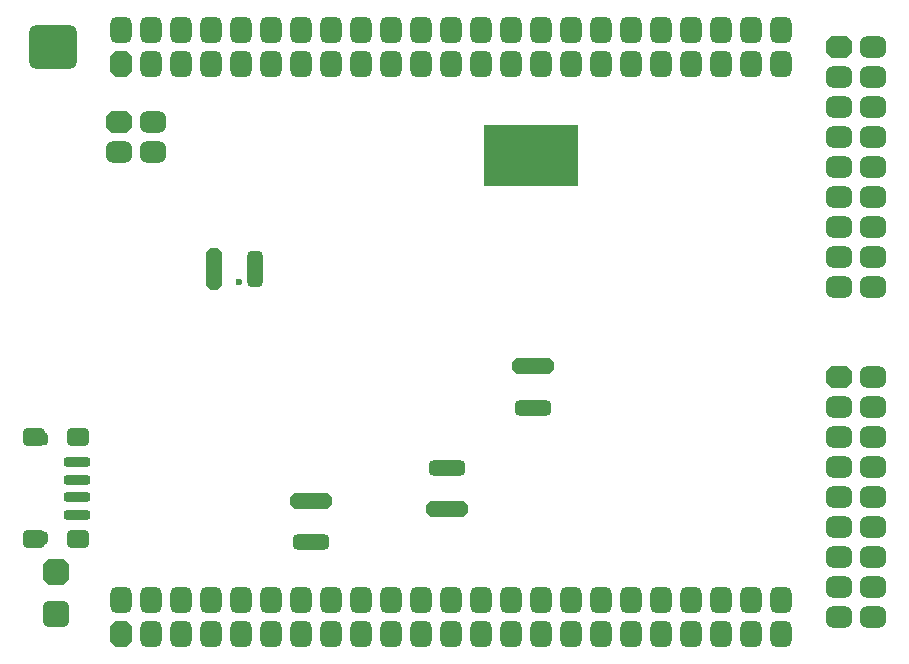
<source format=gbr>
%TF.GenerationSoftware,Altium Limited,Altium Designer,22.10.1 (41)*%
G04 Layer_Color=16711935*
%FSLAX45Y45*%
%MOMM*%
%TF.SameCoordinates,A8474BD1-FA4A-4BD0-88DA-22D9B4FA892B*%
%TF.FilePolarity,Negative*%
%TF.FileFunction,Soldermask,Bot*%
%TF.Part,Single*%
G01*
G75*
%TA.AperFunction,ViaPad*%
%ADD103C,0.60000*%
%TA.AperFunction,OtherPad,Pad P2-5 (13.1mm,9.85mm)*%
G04:AMPARAMS|DCode=125|XSize=2mm|YSize=1.1mm|CornerRadius=0.275mm|HoleSize=0mm|Usage=FLASHONLY|Rotation=180.000|XOffset=0mm|YOffset=0mm|HoleType=Round|Shape=RoundedRectangle|*
%AMROUNDEDRECTD125*
21,1,2.00000,0.55000,0,0,180.0*
21,1,1.45000,1.10000,0,0,180.0*
1,1,0.55000,-0.72500,0.27500*
1,1,0.55000,0.72500,0.27500*
1,1,0.55000,0.72500,-0.27500*
1,1,0.55000,-0.72500,-0.27500*
%
%ADD125ROUNDEDRECTD125*%
%TA.AperFunction,OtherPad,Pad P2-5 (13.1mm,18.25mm)*%
G04:AMPARAMS|DCode=126|XSize=2mm|YSize=1.1mm|CornerRadius=0.275mm|HoleSize=0mm|Usage=FLASHONLY|Rotation=180.000|XOffset=0mm|YOffset=0mm|HoleType=Round|Shape=RoundedRectangle|*
%AMROUNDEDRECTD126*
21,1,2.00000,0.55000,0,0,180.0*
21,1,1.45000,1.10000,0,0,180.0*
1,1,0.55000,-0.72500,0.27500*
1,1,0.55000,0.72500,0.27500*
1,1,0.55000,0.72500,-0.27500*
1,1,0.55000,-0.72500,-0.27500*
%
%ADD126ROUNDEDRECTD126*%
%TA.AperFunction,SMDPad,CuDef*%
G04:AMPARAMS|DCode=127|XSize=1.28mm|YSize=3.58mm|CornerRadius=0mm|HoleSize=0mm|Usage=FLASHONLY|Rotation=270.000|XOffset=0mm|YOffset=0mm|HoleType=Round|Shape=Octagon|*
%AMOCTAGOND127*
4,1,8,1.79000,0.32000,1.79000,-0.32000,1.47000,-0.64000,-1.47000,-0.64000,-1.79000,-0.32000,-1.79000,0.32000,-1.47000,0.64000,1.47000,0.64000,1.79000,0.32000,0.0*
%
%ADD127OCTAGOND127*%

G04:AMPARAMS|DCode=128|XSize=1.28mm|YSize=3.08mm|CornerRadius=0.34mm|HoleSize=0mm|Usage=FLASHONLY|Rotation=270.000|XOffset=0mm|YOffset=0mm|HoleType=Round|Shape=RoundedRectangle|*
%AMROUNDEDRECTD128*
21,1,1.28000,2.40000,0,0,270.0*
21,1,0.60000,3.08000,0,0,270.0*
1,1,0.68000,-1.20000,-0.30000*
1,1,0.68000,-1.20000,0.30000*
1,1,0.68000,1.20000,0.30000*
1,1,0.68000,1.20000,-0.30000*
%
%ADD128ROUNDEDRECTD128*%
G04:AMPARAMS|DCode=129|XSize=2.28mm|YSize=0.78mm|CornerRadius=0.215mm|HoleSize=0mm|Usage=FLASHONLY|Rotation=180.000|XOffset=0mm|YOffset=0mm|HoleType=Round|Shape=RoundedRectangle|*
%AMROUNDEDRECTD129*
21,1,2.28000,0.35000,0,0,180.0*
21,1,1.85000,0.78000,0,0,180.0*
1,1,0.43000,-0.92500,0.17500*
1,1,0.43000,0.92500,0.17500*
1,1,0.43000,0.92500,-0.17500*
1,1,0.43000,-0.92500,-0.17500*
%
%ADD129ROUNDEDRECTD129*%
G04:AMPARAMS|DCode=130|XSize=1.28mm|YSize=3.08mm|CornerRadius=0.34mm|HoleSize=0mm|Usage=FLASHONLY|Rotation=0.000|XOffset=0mm|YOffset=0mm|HoleType=Round|Shape=RoundedRectangle|*
%AMROUNDEDRECTD130*
21,1,1.28000,2.40000,0,0,0.0*
21,1,0.60000,3.08000,0,0,0.0*
1,1,0.68000,0.30000,-1.20000*
1,1,0.68000,-0.30000,-1.20000*
1,1,0.68000,-0.30000,1.20000*
1,1,0.68000,0.30000,1.20000*
%
%ADD130ROUNDEDRECTD130*%
G04:AMPARAMS|DCode=131|XSize=1.28mm|YSize=3.58mm|CornerRadius=0mm|HoleSize=0mm|Usage=FLASHONLY|Rotation=0.000|XOffset=0mm|YOffset=0mm|HoleType=Round|Shape=Octagon|*
%AMOCTAGOND131*
4,1,8,-0.32000,1.79000,0.32000,1.79000,0.64000,1.47000,0.64000,-1.47000,0.32000,-1.79000,-0.32000,-1.79000,-0.64000,-1.47000,-0.64000,1.47000,-0.32000,1.79000,0.0*
%
%ADD131OCTAGOND131*%

%TA.AperFunction,ComponentPad*%
G04:AMPARAMS|DCode=132|XSize=1.78mm|YSize=2.18mm|CornerRadius=0mm|HoleSize=0mm|Usage=FLASHONLY|Rotation=270.000|XOffset=0mm|YOffset=0mm|HoleType=Round|Shape=Octagon|*
%AMOCTAGOND132*
4,1,8,1.09000,0.44500,1.09000,-0.44500,0.64500,-0.89000,-0.64500,-0.89000,-1.09000,-0.44500,-1.09000,0.44500,-0.64500,0.89000,0.64500,0.89000,1.09000,0.44500,0.0*
%
%ADD132OCTAGOND132*%

G04:AMPARAMS|DCode=133|XSize=1.78mm|YSize=2.18mm|CornerRadius=0.465mm|HoleSize=0mm|Usage=FLASHONLY|Rotation=270.000|XOffset=0mm|YOffset=0mm|HoleType=Round|Shape=RoundedRectangle|*
%AMROUNDEDRECTD133*
21,1,1.78000,1.25001,0,0,270.0*
21,1,0.85000,2.18000,0,0,270.0*
1,1,0.93000,-0.62500,-0.42500*
1,1,0.93000,-0.62500,0.42500*
1,1,0.93000,0.62500,0.42500*
1,1,0.93000,0.62500,-0.42500*
%
%ADD133ROUNDEDRECTD133*%
G04:AMPARAMS|DCode=134|XSize=1.78mm|YSize=2.18mm|CornerRadius=0mm|HoleSize=0mm|Usage=FLASHONLY|Rotation=0.000|XOffset=0mm|YOffset=0mm|HoleType=Round|Shape=Octagon|*
%AMOCTAGOND134*
4,1,8,-0.44500,1.09000,0.44500,1.09000,0.89000,0.64500,0.89000,-0.64500,0.44500,-1.09000,-0.44500,-1.09000,-0.89000,-0.64500,-0.89000,0.64500,-0.44500,1.09000,0.0*
%
%ADD134OCTAGOND134*%

G04:AMPARAMS|DCode=135|XSize=1.78mm|YSize=2.18mm|CornerRadius=0.465mm|HoleSize=0mm|Usage=FLASHONLY|Rotation=0.000|XOffset=0mm|YOffset=0mm|HoleType=Round|Shape=RoundedRectangle|*
%AMROUNDEDRECTD135*
21,1,1.78000,1.25001,0,0,0.0*
21,1,0.85000,2.18000,0,0,0.0*
1,1,0.93000,0.42500,-0.62500*
1,1,0.93000,-0.42500,-0.62500*
1,1,0.93000,-0.42500,0.62500*
1,1,0.93000,0.42500,0.62500*
%
%ADD135ROUNDEDRECTD135*%
G04:AMPARAMS|DCode=136|XSize=1.88mm|YSize=1.53mm|CornerRadius=0.4025mm|HoleSize=0mm|Usage=FLASHONLY|Rotation=180.000|XOffset=0mm|YOffset=0mm|HoleType=Round|Shape=RoundedRectangle|*
%AMROUNDEDRECTD136*
21,1,1.88000,0.72500,0,0,180.0*
21,1,1.07500,1.53000,0,0,180.0*
1,1,0.80500,-0.53750,0.36250*
1,1,0.80500,0.53750,0.36250*
1,1,0.80500,0.53750,-0.36250*
1,1,0.80500,-0.53750,-0.36250*
%
%ADD136ROUNDEDRECTD136*%
G04:AMPARAMS|DCode=137|XSize=4.08mm|YSize=3.68mm|CornerRadius=0.58mm|HoleSize=0mm|Usage=FLASHONLY|Rotation=0.000|XOffset=0mm|YOffset=0mm|HoleType=Round|Shape=RoundedRectangle|*
%AMROUNDEDRECTD137*
21,1,4.08000,2.52000,0,0,0.0*
21,1,2.92000,3.68000,0,0,0.0*
1,1,1.16000,1.46000,-1.26000*
1,1,1.16000,-1.46000,-1.26000*
1,1,1.16000,-1.46000,1.26000*
1,1,1.16000,1.46000,1.26000*
%
%ADD137ROUNDEDRECTD137*%
G04:AMPARAMS|DCode=138|XSize=2.28mm|YSize=2.28mm|CornerRadius=0mm|HoleSize=0mm|Usage=FLASHONLY|Rotation=270.000|XOffset=0mm|YOffset=0mm|HoleType=Round|Shape=Octagon|*
%AMOCTAGOND138*
4,1,8,-0.57000,-1.14000,0.57000,-1.14000,1.14000,-0.57000,1.14000,0.57000,0.57000,1.14000,-0.57000,1.14000,-1.14000,0.57000,-1.14000,-0.57000,-0.57000,-1.14000,0.0*
%
%ADD138OCTAGOND138*%

G04:AMPARAMS|DCode=139|XSize=2.28mm|YSize=2.28mm|CornerRadius=0.59mm|HoleSize=0mm|Usage=FLASHONLY|Rotation=270.000|XOffset=0mm|YOffset=0mm|HoleType=Round|Shape=RoundedRectangle|*
%AMROUNDEDRECTD139*
21,1,2.28000,1.10000,0,0,270.0*
21,1,1.10000,2.28000,0,0,270.0*
1,1,1.18000,-0.55000,-0.55000*
1,1,1.18000,-0.55000,0.55000*
1,1,1.18000,0.55000,0.55000*
1,1,1.18000,0.55000,-0.55000*
%
%ADD139ROUNDEDRECTD139*%
G36*
X5900000Y3969143D02*
X5110000D01*
X5110000Y4480000D01*
X5900000D01*
X5900000Y3969143D01*
D02*
G37*
D103*
X3031317Y3150000D02*
D03*
D125*
X1310000Y985000D02*
D03*
D126*
Y1825000D02*
D03*
D127*
X3640000Y1300000D02*
D03*
X5520000Y2440000D02*
D03*
X4790000Y1230000D02*
D03*
D128*
X3640000Y950000D02*
D03*
X5520000Y2090000D02*
D03*
X4790000Y1580000D02*
D03*
D129*
X1660000Y1630000D02*
D03*
Y1480000D02*
D03*
Y1330000D02*
D03*
Y1180000D02*
D03*
D130*
X3170000Y3260000D02*
D03*
D131*
X2820000D02*
D03*
D132*
X8108000Y2349500D02*
D03*
Y5143500D02*
D03*
X2012000Y4512400D02*
D03*
D133*
X8108000Y2095500D02*
D03*
Y1841500D02*
D03*
Y1587500D02*
D03*
Y1333500D02*
D03*
Y1079500D02*
D03*
Y825500D02*
D03*
X8402000Y2349500D02*
D03*
Y2095500D02*
D03*
Y1841500D02*
D03*
Y1587500D02*
D03*
Y1333500D02*
D03*
Y1079500D02*
D03*
Y825500D02*
D03*
X8108000Y571500D02*
D03*
Y317500D02*
D03*
X8402000Y571500D02*
D03*
Y317500D02*
D03*
X8108000Y4889500D02*
D03*
Y4635500D02*
D03*
Y4381500D02*
D03*
Y4127500D02*
D03*
Y3873500D02*
D03*
Y3619500D02*
D03*
X8402000Y5143500D02*
D03*
Y4889500D02*
D03*
Y4635500D02*
D03*
Y4381500D02*
D03*
Y4127500D02*
D03*
Y3873500D02*
D03*
Y3619500D02*
D03*
X8108000Y3365500D02*
D03*
Y3111500D02*
D03*
X8402000Y3365500D02*
D03*
Y3111500D02*
D03*
X2306000Y4512400D02*
D03*
Y4258400D02*
D03*
X2012000D02*
D03*
D134*
X2032000Y170500D02*
D03*
Y4996500D02*
D03*
D135*
X2286000Y170500D02*
D03*
X2540000D02*
D03*
X2794000D02*
D03*
X3048000D02*
D03*
X3302000D02*
D03*
X3556000D02*
D03*
X3810000D02*
D03*
X4064000D02*
D03*
X4318000D02*
D03*
X4572000D02*
D03*
X4826000D02*
D03*
X5080000D02*
D03*
X5334000D02*
D03*
X5588000D02*
D03*
X5842000D02*
D03*
X6096000D02*
D03*
X6350000D02*
D03*
X6604000D02*
D03*
X6858000D02*
D03*
X7112000D02*
D03*
X7366000D02*
D03*
X7620000D02*
D03*
X2032000Y464500D02*
D03*
X2286000D02*
D03*
X2540000D02*
D03*
X2794000D02*
D03*
X3048000D02*
D03*
X3302000D02*
D03*
X3556000D02*
D03*
X3810000D02*
D03*
X4064000D02*
D03*
X4318000D02*
D03*
X4572000D02*
D03*
X4826000D02*
D03*
X5080000D02*
D03*
X5334000D02*
D03*
X5588000D02*
D03*
X5842000D02*
D03*
X6096000D02*
D03*
X6350000D02*
D03*
X6604000D02*
D03*
X6858000D02*
D03*
X7112000D02*
D03*
X7366000D02*
D03*
X7620000D02*
D03*
X2286000Y4996500D02*
D03*
X2540000D02*
D03*
X2794000D02*
D03*
X3048000D02*
D03*
X3302000D02*
D03*
X3556000D02*
D03*
X3810000D02*
D03*
X4064000D02*
D03*
X4318000D02*
D03*
X4572000D02*
D03*
X4826000D02*
D03*
X5080000D02*
D03*
X5334000D02*
D03*
X5588000D02*
D03*
X5842000D02*
D03*
X6096000D02*
D03*
X6350000D02*
D03*
X6604000D02*
D03*
X6858000D02*
D03*
X7112000D02*
D03*
X7366000D02*
D03*
X7620000D02*
D03*
X2032000Y5290500D02*
D03*
X2286000D02*
D03*
X2540000D02*
D03*
X2794000D02*
D03*
X3048000D02*
D03*
X3302000D02*
D03*
X3556000D02*
D03*
X3810000D02*
D03*
X4064000D02*
D03*
X4318000D02*
D03*
X4572000D02*
D03*
X4826000D02*
D03*
X5080000D02*
D03*
X5334000D02*
D03*
X5588000D02*
D03*
X5842000D02*
D03*
X6096000D02*
D03*
X6350000D02*
D03*
X6604000D02*
D03*
X6858000D02*
D03*
X7112000D02*
D03*
X7366000D02*
D03*
X7620000D02*
D03*
D136*
X1672000Y978000D02*
D03*
X1292000D02*
D03*
X1672000Y1842000D02*
D03*
X1292000D02*
D03*
D137*
X1460500Y5143500D02*
D03*
D138*
X1480000Y695000D02*
D03*
D139*
Y345000D02*
D03*
%TF.MD5,2ce0f27c2e78e80d543a8201dbd31eac*%
M02*

</source>
